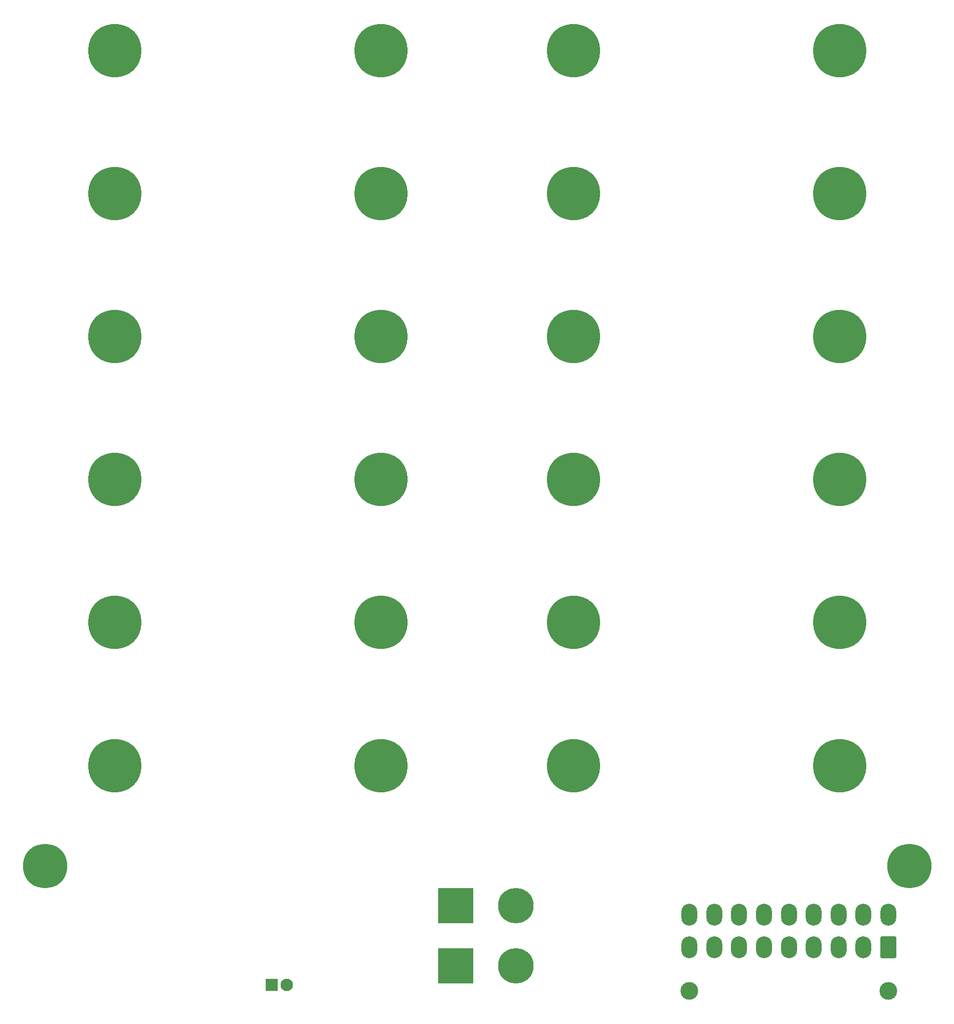
<source format=gts>
G04 #@! TF.GenerationSoftware,KiCad,Pcbnew,(6.0.8-1)-1*
G04 #@! TF.CreationDate,2022-12-30T12:11:22-08:00*
G04 #@! TF.ProjectId,URBAN_CELL_BOARD,55524241-4e5f-4434-954c-4c5f424f4152,rev?*
G04 #@! TF.SameCoordinates,Original*
G04 #@! TF.FileFunction,Soldermask,Top*
G04 #@! TF.FilePolarity,Negative*
%FSLAX46Y46*%
G04 Gerber Fmt 4.6, Leading zero omitted, Abs format (unit mm)*
G04 Created by KiCad (PCBNEW (6.0.8-1)-1) date 2022-12-30 12:11:22*
%MOMM*%
%LPD*%
G01*
G04 APERTURE LIST*
G04 Aperture macros list*
%AMRoundRect*
0 Rectangle with rounded corners*
0 $1 Rounding radius*
0 $2 $3 $4 $5 $6 $7 $8 $9 X,Y pos of 4 corners*
0 Add a 4 corners polygon primitive as box body*
4,1,4,$2,$3,$4,$5,$6,$7,$8,$9,$2,$3,0*
0 Add four circle primitives for the rounded corners*
1,1,$1+$1,$2,$3*
1,1,$1+$1,$4,$5*
1,1,$1+$1,$6,$7*
1,1,$1+$1,$8,$9*
0 Add four rect primitives between the rounded corners*
20,1,$1+$1,$2,$3,$4,$5,0*
20,1,$1+$1,$4,$5,$6,$7,0*
20,1,$1+$1,$6,$7,$8,$9,0*
20,1,$1+$1,$8,$9,$2,$3,0*%
G04 Aperture macros list end*
%ADD10C,9.000000*%
%ADD11R,6.000000X6.000000*%
%ADD12C,6.000000*%
%ADD13C,3.000000*%
%ADD14RoundRect,0.250001X1.099999X1.599999X-1.099999X1.599999X-1.099999X-1.599999X1.099999X-1.599999X0*%
%ADD15O,2.700000X3.700000*%
%ADD16R,2.100000X2.100000*%
%ADD17C,2.100000*%
%ADD18C,7.500000*%
G04 APERTURE END LIST*
D10*
X148629000Y-119750000D03*
X103689000Y-119750000D03*
X226129000Y-119750000D03*
X181189000Y-119750000D03*
X148629000Y-143884000D03*
X103689000Y-143884000D03*
X226129000Y-168018000D03*
X181189000Y-168018000D03*
D11*
X161290000Y-274217500D03*
X161290000Y-264057500D03*
D12*
X171450000Y-274217500D03*
X171450000Y-264057500D03*
D13*
X234315000Y-278445000D03*
X200715000Y-278445000D03*
D14*
X234315000Y-271145000D03*
D15*
X230115000Y-271145000D03*
X225915000Y-271145000D03*
X221715000Y-271145000D03*
X217515000Y-271145000D03*
X213315000Y-271145000D03*
X209115000Y-271145000D03*
X204915000Y-271145000D03*
X200715000Y-271145000D03*
X234315000Y-265645000D03*
X230115000Y-265645000D03*
X225915000Y-265645000D03*
X221715000Y-265645000D03*
X217515000Y-265645000D03*
X213315000Y-265645000D03*
X209115000Y-265645000D03*
X204915000Y-265645000D03*
X200715000Y-265645000D03*
D10*
X148629000Y-192153000D03*
X103689000Y-192153000D03*
X226129000Y-192153000D03*
X181189000Y-192153000D03*
X148629000Y-168018000D03*
X103689000Y-168018000D03*
X226129000Y-216287000D03*
X181189000Y-216287000D03*
D16*
X130175000Y-277495000D03*
D17*
X132715000Y-277495000D03*
D18*
X237879000Y-257421000D03*
D10*
X148629000Y-240421000D03*
X103689000Y-240421000D03*
X226129000Y-240421000D03*
X181189000Y-240421000D03*
D18*
X91879000Y-257421000D03*
D10*
X148629000Y-216287000D03*
X103689000Y-216287000D03*
X226129000Y-143884000D03*
X181189000Y-143884000D03*
M02*

</source>
